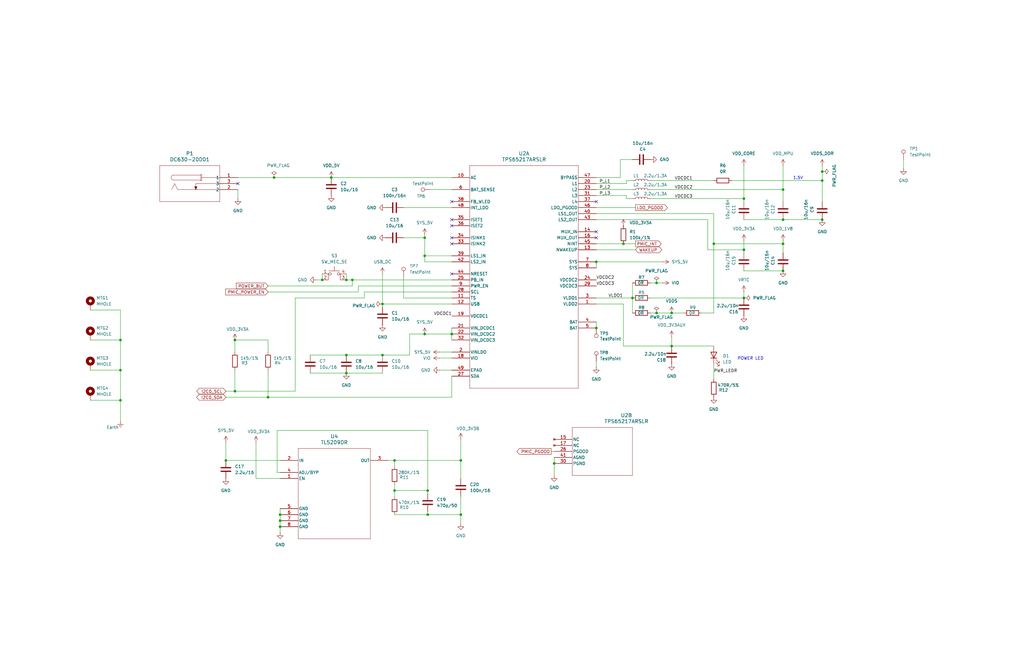
<source format=kicad_sch>
(kicad_sch (version 20231120) (generator "eeschema") (generator_version "8.0")
  (paper "B")
  (title_block (title "POWER MANAGEMENT"))
  (lib_symbols
    (symbol "2024-06-09_17-22-08:PJ-102A" (pin_names (offset 0.254))
      (property "Reference" "J" (at -20.32 10.16 0))
      (property "Value" "PJ-102A" (at -20.32 7.62 0))
      (symbol "PJ-102A_0_1"
        (pin unspecified line (at 0 0 180) (length 7.62) (name "1") (number "1"))
        (pin unspecified line (at 0 -5.08 180) (length 7.62) (name "2") (number "2"))
        (pin unspecified line (at 0 -2.54 180) (length 7.62) (name "3") (number "3"))
      )
    )
    (symbol "MT41K256M16TW-107_P:C" (pin_numbers hide) (pin_names (offset 0.254))
      (property "Reference" "C" (at 0.635 2.54 0))
      (property "Value" "C" (at 0.635 -2.54 0))
      (symbol "C_1_1"
        (pin passive line (at 0 3.81 270) (length 2.794) (name "~") (number "1"))
        (pin passive line (at 0 -3.81 90) (length 2.794) (name "~") (number "2"))
      )
    )
    (symbol "MT41K256M16TW-107_P:L" (pin_numbers hide) (pin_names (offset 1.016) hide)
      (property "Reference" "L" (at -1.27 0 90))
      (property "Value" "L" (at 1.905 0 90))
      (symbol "L_1_1"
        (pin passive line (at 0 3.81 270) (length 1.27) (name "1") (number "1"))
        (pin passive line (at 0 -3.81 90) (length 1.27) (name "2") (number "2"))
      )
    )
    (symbol "MT41K256M16TW-107_P:LED" (pin_numbers hide) (pin_names (offset 1.016) hide)
      (property "Reference" "D" (at 0 2.54 0))
      (property "Value" "LED" (at 0 -2.54 0))
      (symbol "LED_1_1"
        (pin passive line (at -3.81 0 0) (length 2.54) (name "K") (number "1"))
        (pin passive line (at 3.81 0 180) (length 2.54) (name "A") (number "2"))
      )
    )
    (symbol "MT41K256M16TW-107_P:R" (pin_numbers hide) (pin_names (offset 0))
      (property "Reference" "R" (at 2.032 0 90))
      (property "Value" "R" (at 0 0 90))
      (symbol "R_1_1"
        (pin passive line (at 0 3.81 270) (length 1.27) (name "~") (number "1"))
        (pin passive line (at 0 -3.81 90) (length 1.27) (name "~") (number "2"))
      )
    )
    (symbol "MT41K256M16TW-107_P:SW_MEC_5E" (pin_names (offset 1.016) hide)
      (property "Reference" "SW" (at 0.635 5.715 0))
      (property "Value" "SW_MEC_5E" (at 0 -3.175 0))
      (symbol "SW_MEC_5E_0_1"
        (pin passive line (at -5.08 2.54 0) (length 2.54) (name "1") (number "1"))
        (pin passive line (at -5.08 0 0) (length 2.54) (name "2") (number "2"))
        (pin passive line (at 5.08 0 180) (length 2.54) (name "K") (number "3"))
        (pin passive line (at 5.08 2.54 180) (length 2.54) (name "A") (number "4"))
      )
    )
    (symbol "MT41K256M16TW-107_P:TL5209DR" (pin_names (offset 0.254))
      (property "Reference" "U4" (at 22.86 10.16 0))
      (property "Value" "TL5209DR" (at 22.86 7.62 0))
      (symbol "TL5209DR_0_1"
        (pin input line (at 0 0 0) (length 7.62) (name "IN") (number "2"))
        (pin power_in line (at 0 -20.32 0) (length 7.62) (name "GND") (number "5"))
        (pin power_in line (at 0 -22.86 0) (length 7.62) (name "GND") (number "6"))
        (pin power_in line (at 0 -25.4 0) (length 7.62) (name "GND") (number "7"))
        (pin power_in line (at 0 -27.94 0) (length 7.62) (name "GND") (number "8"))
      )
      (symbol "TL5209DR_1_1"
        (pin input line (at 0 -7.62 0) (length 7.62) (name "EN") (number "1"))
        (pin power_out line (at 45.72 0 180) (length 7.62) (name "OUT") (number "3"))
        (pin input line (at 0 -5.08 0) (length 7.62) (name "ADJ/BYP") (number "4"))
      )
    )
    (symbol "MT41K256M16TW-107_P:TPS65217ARSLR" (pin_names (offset 0.254))
      (property "Reference" "U2" (at 30.48 10.16 0))
      (property "Value" "TPS65217ARSLR" (at 30.48 7.62 0))
      (symbol "TPS65217ARSLR_1_1"
        (pin power_out line (at 60.96 -53.34 180) (length 7.62) (name "VLDO2") (number "1"))
        (pin input line (at 0 0 0) (length 7.62) (name "AC") (number "10"))
        (pin input line (at 0 -50.8 0) (length 7.62) (name "TS") (number "11"))
        (pin input line (at 0 -53.34 0) (length 7.62) (name "USB") (number "12"))
        (pin output line (at 60.96 -30.48 180) (length 7.62) (name "NWAKEUP") (number "13"))
        (pin output line (at 60.96 -22.86 180) (length 7.62) (name "MUX_IN") (number "14"))
        (pin output line (at 60.96 -25.4 180) (length 7.62) (name "MUX_OUT") (number "16"))
        (pin input line (at 0 -76.2 0) (length 7.62) (name "VIO") (number "18"))
        (pin input line (at 0 -58.42 0) (length 7.62) (name "VDCDC1") (number "19"))
        (pin input line (at 0 -73.66 0) (length 7.62) (name "VINLDO") (number "2"))
        (pin output line (at 60.96 -2.54 180) (length 7.62) (name "L1") (number "20"))
        (pin input line (at 0 -63.5 0) (length 7.62) (name "VIN_DCDC1") (number "21"))
        (pin input line (at 0 -66.04 0) (length 7.62) (name "VIN_DCDC2") (number "22"))
        (pin output line (at 60.96 -5.08 180) (length 7.62) (name "L2") (number "23"))
        (pin power_out line (at 60.96 -43.18 180) (length 7.62) (name "VDCDC2") (number "24"))
        (pin input line (at 0 -43.18 0) (length 7.62) (name "PB_IN") (number "25"))
        (pin bidirectional line (at 0 -83.82 0) (length 7.62) (name "SDA") (number "27"))
        (pin input line (at 0 -48.26 0) (length 7.62) (name "SCL") (number "28"))
        (pin power_out line (at 60.96 -45.72 180) (length 7.62) (name "VDCDC3") (number "29"))
        (pin power_out line (at 60.96 -50.8 180) (length 7.62) (name "VLDO1") (number "3"))
        (pin output line (at 60.96 -7.62 180) (length 7.62) (name "L3") (number "31"))
        (pin input line (at 0 -68.58 0) (length 7.62) (name "VIN_DCDC3") (number "32"))
        (pin input line (at 0 -27.94 0) (length 7.62) (name "ISINK2") (number "33"))
        (pin input line (at 0 -25.4 0) (length 7.62) (name "ISINK1") (number "34"))
        (pin input line (at 0 -17.78 0) (length 7.62) (name "ISET1") (number "35"))
        (pin input line (at 0 -20.32 0) (length 7.62) (name "ISET2") (number "36"))
        (pin output line (at 60.96 -10.16 180) (length 7.62) (name "L4") (number "37"))
        (pin input line (at 0 -10.16 0) (length 7.62) (name "FB_WLED") (number "38"))
        (pin input line (at 0 -33.02 0) (length 7.62) (name "LS1_IN") (number "39"))
        (pin bidirectional line (at 60.96 -60.96 180) (length 7.62) (name "BAT") (number "4"))
        (pin power_out line (at 60.96 -15.24 180) (length 7.62) (name "LS1_OUT") (number "40"))
        (pin input line (at 0 -35.56 0) (length 7.62) (name "LS2_IN") (number "42"))
        (pin power_out line (at 60.96 -17.78 180) (length 7.62) (name "LS2_OUT") (number "43"))
        (pin input line (at 0 -40.64 0) (length 7.62) (name "NRESET") (number "44"))
        (pin output line (at 60.96 -27.94 180) (length 7.62) (name "NINT") (number "45"))
        (pin output line (at 60.96 -12.7 180) (length 7.62) (name "LDO_PGOOD") (number "46"))
        (pin output line (at 60.96 0 180) (length 7.62) (name "BYPASS") (number "47"))
        (pin output line (at 0 -12.7 0) (length 7.62) (name "INT_LDO") (number "48"))
        (pin power_in line (at 0 -81.28 0) (length 7.62) (name "EPAD") (number "49"))
        (pin bidirectional line (at 60.96 -63.5 180) (length 7.62) (name "BAT") (number "5"))
        (pin input line (at 0 -5.08 0) (length 7.62) (name "BAT_SENSE") (number "6"))
        (pin power_out line (at 60.96 -35.56 180) (length 7.62) (name "SYS") (number "7"))
        (pin power_out line (at 60.96 -38.1 180) (length 7.62) (name "SYS") (number "8"))
        (pin input line (at 0 -45.72 0) (length 7.62) (name "PWR_EN") (number "9"))
      )
      (symbol "TPS65217ARSLR_2_1"
        (pin no_connect line (at 0 0 0) (length 7.62) (name "NC") (number "15"))
        (pin no_connect line (at 0 -2.54 0) (length 7.62) (name "NC") (number "17"))
        (pin output line (at 0 -5.08 0) (length 7.62) (name "PGOOD") (number "26"))
        (pin power_in line (at 0 -10.16 0) (length 7.62) (name "PGND") (number "30"))
        (pin power_in line (at 0 -7.62 0) (length 7.62) (name "AGND") (number "41"))
      )
    )
    (symbol "MT41K256M16TW-107_P:TestPoint" (pin_numbers hide) (pin_names (offset 0.762) hide)
      (property "Reference" "TP" (at 0 6.858 0))
      (property "Value" "TestPoint" (at 0 5.08 0))
      (symbol "TestPoint_1_1"
        (pin passive line (at 0 0 90) (length 2.54) (name "1") (number "1"))
      )
    )
    (symbol "Mechanical:MountingHole_Pad" (pin_numbers hide) (pin_names (offset 1.016) hide) (exclude_from_sim yes) (in_bom no)
      (property "Reference" "H" (at 0 6.35 0))
      (property "Value" "MountingHole_Pad" (at 0 4.445 0))
      (symbol "MountingHole_Pad_1_1"
        (pin input line (at 0 -2.54 90) (length 2.54) (name "1") (number "1"))
      )
    )
    (symbol "TPS65217ARSLR_1" (pin_names (offset 0.254))
      (property "Reference" "U2" (at 30.48 10.16 0))
      (property "Value" "TPS65217ARSLR" (at 30.48 7.62 0))
      (symbol "TPS65217ARSLR_1_1_1"
        (pin power_out line (at 60.96 -53.34 180) (length 7.62) (name "VLDO2") (number "1"))
        (pin input line (at 0 0 0) (length 7.62) (name "AC") (number "10"))
        (pin input line (at 0 -50.8 0) (length 7.62) (name "TS") (number "11"))
        (pin input line (at 0 -53.34 0) (length 7.62) (name "USB") (number "12"))
        (pin output line (at 60.96 -30.48 180) (length 7.62) (name "NWAKEUP") (number "13"))
        (pin output line (at 60.96 -22.86 180) (length 7.62) (name "MUX_IN") (number "14"))
        (pin output line (at 60.96 -25.4 180) (length 7.62) (name "MUX_OUT") (number "16"))
        (pin input line (at 0 -76.2 0) (length 7.62) (name "VIO") (number "18"))
        (pin input line (at 0 -58.42 0) (length 7.62) (name "VDCDC1") (number "19"))
        (pin input line (at 0 -73.66 0) (length 7.62) (name "VINLDO") (number "2"))
        (pin output line (at 60.96 -2.54 180) (length 7.62) (name "L1") (number "20"))
        (pin input line (at 0 -63.5 0) (length 7.62) (name "VIN_DCDC1") (number "21"))
        (pin input line (at 0 -66.04 0) (length 7.62) (name "VIN_DCDC2") (number "22"))
        (pin output line (at 60.96 -5.08 180) (length 7.62) (name "L2") (number "23"))
        (pin power_out line (at 60.96 -43.18 180) (length 7.62) (name "VDCDC2") (number "24"))
        (pin input line (at 0 -43.18 0) (length 7.62) (name "PB_IN") (number "25"))
        (pin bidirectional line (at 0 -83.82 0) (length 7.62) (name "SDA") (number "27"))
        (pin input line (at 0 -48.26 0) (length 7.62) (name "SCL") (number "28"))
        (pin power_out line (at 60.96 -45.72 180) (length 7.62) (name "VDCDC3") (number "29"))
        (pin power_out line (at 60.96 -50.8 180) (length 7.62) (name "VLDO1") (number "3"))
        (pin output line (at 60.96 -7.62 180) (length 7.62) (name "L3") (number "31"))
        (pin input line (at 0 -68.58 0) (length 7.62) (name "VIN_DCDC3") (number "32"))
        (pin input line (at 0 -27.94 0) (length 7.62) (name "ISINK2") (number "33"))
        (pin input line (at 0 -25.4 0) (length 7.62) (name "ISINK1") (number "34"))
        (pin input line (at 0 -17.78 0) (length 7.62) (name "ISET1") (number "35"))
        (pin input line (at 0 -20.32 0) (length 7.62) (name "ISET2") (number "36"))
        (pin output line (at 60.96 -10.16 180) (length 7.62) (name "L4") (number "37"))
        (pin input line (at 0 -10.16 0) (length 7.62) (name "FB_WLED") (number "38"))
        (pin input line (at 0 -33.02 0) (length 7.62) (name "LS1_IN") (number "39"))
        (pin bidirectional line (at 60.96 -60.96 180) (length 7.62) (name "BAT") (number "4"))
        (pin power_out line (at 60.96 -15.24 180) (length 7.62) (name "LS1_OUT") (number "40"))
        (pin input line (at 0 -35.56 0) (length 7.62) (name "LS2_IN") (number "42"))
        (pin power_out line (at 60.96 -17.78 180) (length 7.62) (name "LS2_OUT") (number "43"))
        (pin input line (at 0 -40.64 0) (length 7.62) (name "NRESET") (number "44"))
        (pin output line (at 60.96 -27.94 180) (length 7.62) (name "NINT") (number "45"))
        (pin output line (at 60.96 -12.7 180) (length 7.62) (name "LDO_PGOOD") (number "46"))
        (pin output line (at 60.96 0 180) (length 7.62) (name "BYPASS") (number "47"))
        (pin output line (at 0 -12.7 0) (length 7.62) (name "INT_LDO") (number "48"))
        (pin power_in line (at 0 -81.28 0) (length 7.62) (name "EPAD") (number "49"))
        (pin bidirectional line (at 60.96 -63.5 180) (length 7.62) (name "BAT") (number "5"))
        (pin input line (at 0 -5.08 0) (length 7.62) (name "BAT_SENSE") (number "6"))
        (pin power_out line (at 60.96 -35.56 180) (length 7.62) (name "SYS") (number "7"))
        (pin power_out line (at 60.96 -38.1 180) (length 7.62) (name "SYS") (number "8"))
        (pin input line (at 0 -45.72 0) (length 7.62) (name "PWR_EN") (number "9"))
      )
      (symbol "TPS65217ARSLR_1_2_1"
        (pin no_connect line (at 0 0 0) (length 7.62) (name "NC") (number "15"))
        (pin no_connect line (at 0 -2.54 0) (length 7.62) (name "NC") (number "17"))
        (pin output line (at 0 -5.08 0) (length 7.62) (name "PGOOD") (number "26"))
        (pin power_in line (at 0 -10.16 0) (length 7.62) (name "PGND") (number "30"))
        (pin power_in line (at 0 -7.62 0) (length 7.62) (name "AGND") (number "41"))
      )
    )
    (symbol "power:Earth" (power) (pin_numbers hide) (pin_names (offset 0) hide)
      (property "Value" "Earth" (at 0 -3.81 0))
      (symbol "Earth_1_1"
        (pin power_in line (at 0 0 270) (length 0) (name "~") (number "1"))
      )
    )
    (symbol "power:GND" (power) (pin_numbers hide) (pin_names (offset 0) hide)
      (property "Value" "GND" (at 0 -3.81 0))
      (symbol "GND_1_1"
        (pin power_in line (at 0 0 270) (length 0) (name "~") (number "1"))
      )
    )
    (symbol "power:PWR_FLAG" (power) (pin_numbers hide) (pin_names (offset 0) hide)
      (property "Value" "PWR_FLAG" (at 0 3.81 0))
      (symbol "PWR_FLAG_0_0"
        (pin power_out line (at 0 0 90) (length 0) (name "~") (number "1"))
      )
    )
    (symbol "power:VD" (power) (pin_numbers hide) (pin_names (offset 0) hide)
      (property "Value" "VD" (at 0 3.556 0))
      (symbol "VD_1_1"
        (pin power_in line (at 0 0 90) (length 0) (name "~") (number "1"))
      )
    )
  )
  (junction (at 346.71 76.2))
  (junction (at 251.46 138.43))
  (junction (at 50.8 143.51))
  (junction (at 283.21 146.05))
  (junction (at 300.99 102.87))
  (junction (at 50.8 168.91))
  (junction (at 330.2 102.87))
  (junction (at 346.71 92.71))
  (junction (at 283.21 132.08))
  (junction (at 113.03 167.64))
  (junction (at 313.69 105.41))
  (junction (at 194.31 194.31))
  (junction (at 148.59 118.11))
  (junction (at 179.07 107.95))
  (junction (at 194.31 217.17))
  (junction (at 99.06 143.51))
  (junction (at 146.05 149.86))
  (junction (at 313.69 125.73))
  (junction (at 330.2 80.01))
  (junction (at 262.89 102.87))
  (junction (at 180.34 207.01))
  (junction (at 118.11 217.17))
  (junction (at 139.7 74.93))
  (junction (at 118.11 222.25))
  (junction (at 166.37 194.31))
  (junction (at 276.86 132.08))
  (junction (at 146.05 118.11))
  (junction (at 115.57 74.93))
  (junction (at 313.69 83.82))
  (junction (at 166.37 207.01))
  (junction (at 190.5 140.97))
  (junction (at 95.25 194.31))
  (junction (at 330.2 92.71))
  (junction (at 50.8 156.21))
  (junction (at 251.46 110.49))
  (junction (at 276.86 119.38))
  (junction (at 180.34 217.17))
  (junction (at 266.7 125.73))
  (junction (at 118.11 219.71))
  (junction (at 179.07 100.33))
  (junction (at 346.71 72.39))
  (junction (at 99.06 165.1))
  (junction (at 161.29 128.27))
  (junction (at 330.2 114.3))
  (junction (at 135.89 118.11))
  (junction (at 233.68 195.58))
  (junction (at 161.29 149.86))
  (junction (at 146.05 157.48))
  (junction (at 179.07 140.97))
  (no_connect (at 190.5 92.71))
  (no_connect (at 190.5 115.57))
  (no_connect (at 251.46 85.09))
  (no_connect (at 190.5 95.25))
  (no_connect (at 190.5 100.33))
  (no_connect (at 100.33 77.47))
  (no_connect (at 251.46 100.33))
  (no_connect (at 190.5 85.09))
  (no_connect (at 190.5 102.87))
  (no_connect (at 251.46 97.79))
  (wire (pts (xy 251.46 128.27) (xy 262.89 128.27)))
  (wire (pts (xy 179.07 99.06) (xy 179.07 100.33)))
  (wire (pts (xy 190.5 120.65) (xy 151.13 120.65)))
  (wire (pts (xy 346.71 72.39) (xy 346.71 76.2)))
  (wire (pts (xy 313.69 123.19) (xy 313.69 125.73)))
  (wire (pts (xy 146.05 149.86) (xy 161.29 149.86)))
  (wire (pts (xy 185.42 151.13) (xy 190.5 151.13)))
  (wire (pts (xy 264.16 83.82) (xy 264.16 82.55)))
  (wire (pts (xy 116.84 181.61) (xy 180.34 181.61)))
  (wire (pts (xy 190.5 123.19) (xy 153.67 123.19)))
  (wire (pts (xy 300.99 90.17) (xy 300.99 102.87)))
  (wire (pts (xy 115.57 74.93) (xy 139.7 74.93)))
  (wire (pts (xy 346.71 76.2) (xy 346.71 85.09)))
  (wire (pts (xy 50.8 156.21) (xy 50.8 168.91)))
  (wire (pts (xy 330.2 92.71) (xy 346.71 92.71)))
  (wire (pts (xy 274.32 119.38) (xy 276.86 119.38)))
  (wire (pts (xy 264.16 82.55) (xy 251.46 82.55)))
  (wire (pts (xy 261.62 74.93) (xy 251.46 74.93)))
  (wire (pts (xy 194.31 185.42) (xy 194.31 194.31)))
  (wire (pts (xy 179.07 100.33) (xy 170.18 100.33)))
  (wire (pts (xy 266.7 119.38) (xy 266.7 125.73)))
  (wire (pts (xy 251.46 135.89) (xy 251.46 138.43)))
  (wire (pts (xy 146.05 115.57) (xy 146.05 118.11)))
  (wire (pts (xy 262.89 128.27) (xy 262.89 146.05)))
  (wire (pts (xy 179.07 140.97) (xy 190.5 140.97)))
  (wire (pts (xy 113.03 156.21) (xy 113.03 167.64)))
  (wire (pts (xy 266.7 125.73) (xy 266.7 132.08)))
  (wire (pts (xy 161.29 128.27) (xy 161.29 129.54)))
  (wire (pts (xy 95.25 186.69) (xy 95.25 194.31)))
  (wire (pts (xy 330.2 69.85) (xy 330.2 80.01)))
  (wire (pts (xy 166.37 194.31) (xy 166.37 196.85)))
  (wire (pts (xy 251.46 105.41) (xy 267.97 105.41)))
  (wire (pts (xy 251.46 152.4) (xy 251.46 154.94)))
  (wire (pts (xy 190.5 167.64) (xy 113.03 167.64)))
  (wire (pts (xy 118.11 199.39) (xy 116.84 199.39)))
  (wire (pts (xy 179.07 110.49) (xy 179.07 107.95)))
  (wire (pts (xy 113.03 167.64) (xy 95.25 167.64)))
  (wire (pts (xy 194.31 194.31) (xy 166.37 194.31)))
  (wire (pts (xy 124.46 125.73) (xy 124.46 165.1)))
  (wire (pts (xy 116.84 199.39) (xy 116.84 181.61)))
  (wire (pts (xy 276.86 119.38) (xy 279.4 119.38)))
  (wire (pts (xy 113.03 143.51) (xy 113.03 148.59)))
  (wire (pts (xy 180.34 207.01) (xy 166.37 207.01)))
  (wire (pts (xy 313.69 69.85) (xy 313.69 83.82)))
  (wire (pts (xy 38.1 130.81) (xy 50.8 130.81)))
  (wire (pts (xy 190.5 158.75) (xy 190.5 167.64)))
  (wire (pts (xy 264.16 77.47) (xy 251.46 77.47)))
  (wire (pts (xy 180.34 208.28) (xy 180.34 207.01)))
  (wire (pts (xy 181.61 80.01) (xy 190.5 80.01)))
  (wire (pts (xy 113.03 120.65) (xy 148.59 120.65)))
  (wire (pts (xy 300.99 153.67) (xy 300.99 160.02)))
  (wire (pts (xy 95.25 194.31) (xy 118.11 194.31)))
  (wire (pts (xy 50.8 130.81) (xy 50.8 143.51)))
  (wire (pts (xy 283.21 146.05) (xy 300.99 146.05)))
  (wire (pts (xy 190.5 110.49) (xy 179.07 110.49)))
  (wire (pts (xy 172.72 149.86) (xy 172.72 140.97)))
  (wire (pts (xy 251.46 92.71) (xy 298.45 92.71)))
  (wire (pts (xy 330.2 102.87) (xy 330.2 106.68)))
  (wire (pts (xy 118.11 217.17) (xy 118.11 219.71)))
  (wire (pts (xy 100.33 80.01) (xy 100.33 83.82)))
  (wire (pts (xy 330.2 80.01) (xy 274.32 80.01)))
  (wire (pts (xy 190.5 138.43) (xy 190.5 140.97)))
  (wire (pts (xy 166.37 204.47) (xy 166.37 207.01)))
  (wire (pts (xy 107.95 186.69) (xy 107.95 201.93)))
  (wire (pts (xy 170.18 87.63) (xy 190.5 87.63)))
  (wire (pts (xy 170.18 116.84) (xy 170.18 125.73)))
  (wire (pts (xy 153.67 123.19) (xy 153.67 125.73)))
  (wire (pts (xy 161.29 115.57) (xy 161.29 128.27)))
  (wire (pts (xy 266.7 76.2) (xy 264.16 76.2)))
  (wire (pts (xy 135.89 115.57) (xy 135.89 118.11)))
  (wire (pts (xy 100.33 74.93) (xy 115.57 74.93)))
  (wire (pts (xy 262.89 102.87) (xy 267.97 102.87)))
  (wire (pts (xy 274.32 125.73) (xy 313.69 125.73)))
  (wire (pts (xy 99.06 156.21) (xy 99.06 165.1)))
  (wire (pts (xy 330.2 101.6) (xy 330.2 102.87)))
  (wire (pts (xy 180.34 217.17) (xy 194.31 217.17)))
  (wire (pts (xy 133.35 118.11) (xy 135.89 118.11)))
  (wire (pts (xy 118.11 214.63) (xy 118.11 217.17)))
  (wire (pts (xy 251.46 110.49) (xy 251.46 113.03)))
  (wire (pts (xy 118.11 222.25) (xy 118.11 224.79)))
  (wire (pts (xy 190.5 128.27) (xy 161.29 128.27)))
  (wire (pts (xy 130.81 157.48) (xy 146.05 157.48)))
  (wire (pts (xy 130.81 149.86) (xy 146.05 149.86)))
  (wire (pts (xy 99.06 148.59) (xy 99.06 143.51)))
  (wire (pts (xy 146.05 157.48) (xy 161.29 157.48)))
  (wire (pts (xy 194.31 217.17) (xy 194.31 209.55)))
  (wire (pts (xy 313.69 114.3) (xy 330.2 114.3)))
  (wire (pts (xy 148.59 118.11) (xy 148.59 120.65)))
  (wire (pts (xy 190.5 125.73) (xy 170.18 125.73)))
  (wire (pts (xy 251.46 87.63) (xy 267.97 87.63)))
  (wire (pts (xy 274.32 132.08) (xy 276.86 132.08)))
  (wire (pts (xy 313.69 85.09) (xy 313.69 83.82)))
  (wire (pts (xy 194.31 220.98) (xy 194.31 217.17)))
  (wire (pts (xy 251.46 90.17) (xy 300.99 90.17)))
  (wire (pts (xy 161.29 149.86) (xy 172.72 149.86)))
  (wire (pts (xy 180.34 181.61) (xy 180.34 207.01)))
  (wire (pts (xy 190.5 140.97) (xy 190.5 143.51)))
  (wire (pts (xy 276.86 132.08) (xy 283.21 132.08)))
  (wire (pts (xy 266.7 83.82) (xy 264.16 83.82)))
  (wire (pts (xy 381 71.12) (xy 381 67.31)))
  (wire (pts (xy 261.62 67.31) (xy 261.62 74.93)))
  (wire (pts (xy 233.68 193.04) (xy 233.68 195.58)))
  (wire (pts (xy 298.45 105.41) (xy 313.69 105.41)))
  (wire (pts (xy 346.71 69.85) (xy 346.71 72.39)))
  (wire (pts (xy 166.37 194.31) (xy 163.83 194.31)))
  (wire (pts (xy 172.72 140.97) (xy 179.07 140.97)))
  (wire (pts (xy 185.42 148.59) (xy 190.5 148.59)))
  (wire (pts (xy 313.69 105.41) (xy 313.69 106.68)))
  (wire (pts (xy 274.32 76.2) (xy 300.99 76.2)))
  (wire (pts (xy 264.16 76.2) (xy 264.16 77.47)))
  (wire (pts (xy 139.7 74.93) (xy 190.5 74.93)))
  (wire (pts (xy 113.03 123.19) (xy 151.13 123.19)))
  (wire (pts (xy 313.69 101.6) (xy 313.69 105.41)))
  (wire (pts (xy 153.67 125.73) (xy 124.46 125.73)))
  (wire (pts (xy 148.59 118.11) (xy 190.5 118.11)))
  (wire (pts (xy 313.69 92.71) (xy 330.2 92.71)))
  (wire (pts (xy 313.69 83.82) (xy 274.32 83.82)))
  (wire (pts (xy 99.06 143.51) (xy 113.03 143.51)))
  (wire (pts (xy 251.46 125.73) (xy 266.7 125.73)))
  (wire (pts (xy 38.1 156.21) (xy 50.8 156.21)))
  (wire (pts (xy 283.21 142.24) (xy 283.21 146.05)))
  (wire (pts (xy 185.42 156.21) (xy 190.5 156.21)))
  (wire (pts (xy 107.95 201.93) (xy 118.11 201.93)))
  (wire (pts (xy 166.37 217.17) (xy 180.34 217.17)))
  (wire (pts (xy 251.46 102.87) (xy 262.89 102.87)))
  (wire (pts (xy 295.91 132.08) (xy 300.99 132.08)))
  (wire (pts (xy 298.45 92.71) (xy 298.45 105.41)))
  (wire (pts (xy 232.41 190.5) (xy 233.68 190.5)))
  (wire (pts (xy 151.13 120.65) (xy 151.13 123.19)))
  (wire (pts (xy 99.06 165.1) (xy 124.46 165.1)))
  (wire (pts (xy 179.07 107.95) (xy 190.5 107.95)))
  (wire (pts (xy 261.62 67.31) (xy 266.7 67.31)))
  (wire (pts (xy 180.34 217.17) (xy 180.34 215.9)))
  (wire (pts (xy 300.99 102.87) (xy 300.99 132.08)))
  (wire (pts (xy 251.46 110.49) (xy 279.4 110.49)))
  (wire (pts (xy 233.68 195.58) (xy 233.68 200.66)))
  (wire (pts (xy 38.1 143.51) (xy 50.8 143.51)))
  (wire (pts (xy 308.61 76.2) (xy 346.71 76.2)))
  (wire (pts (xy 146.05 118.11) (xy 148.59 118.11)))
  (wire (pts (xy 330.2 85.09) (xy 330.2 80.01)))
  (wire (pts (xy 95.25 165.1) (xy 99.06 165.1)))
  (wire (pts (xy 166.37 207.01) (xy 166.37 209.55)))
  (wire (pts (xy 179.07 107.95) (xy 179.07 100.33)))
  (wire (pts (xy 300.99 102.87) (xy 330.2 102.87)))
  (wire (pts (xy 251.46 80.01) (xy 266.7 80.01)))
  (wire (pts (xy 50.8 143.51) (xy 50.8 156.21)))
  (wire (pts (xy 118.11 219.71) (xy 118.11 222.25)))
  (wire (pts (xy 38.1 168.91) (xy 50.8 168.91)))
  (wire (pts (xy 283.21 132.08) (xy 288.29 132.08)))
  (wire (pts (xy 194.31 194.31) (xy 194.31 201.93)))
  (wire (pts (xy 262.89 146.05) (xy 283.21 146.05)))
  (wire (pts (xy 50.8 168.91) (xy 50.8 177.8)))
  (text "1.5V" (at 336.55 75.184 0) (effects (font (size 1.27 1.27))))
  (text "POWER LED" (at 316.484 151.384 0) (effects (font (size 1.27 1.27))))
  (label "VDCDC3" (at 251.46 120.65 0))
  (label "VLDO1" (at 256.54 125.73 0))
  (label "VDCDC2" (at 251.46 118.11 0))
  (label "VDCDC2" (at 284.48 80.01 0))
  (label "P_L3" (at 252.73 82.55 0))
  (label "P_L2" (at 252.73 80.01 0))
  (label "P_L1" (at 252.73 77.47 0))
  (label "VDCDC1" (at 190.5 133.35 180))
  (label "VDCDC1" (at 284.48 76.2 0))
  (label "PWR_LEDR" (at 300.99 157.48 0))
  (label "VDCDC3" (at 284.48 83.82 0))
  (global_label "LDO_PGOOD" (shape output) (at 267.97 87.63 0) (property "Intersheetrefs" "${INTERSHEET_REFS}" (effects (hide yes))))
  (global_label "PMIC_PGOOD" (shape output) (at 232.41 190.5 180) (property "Intersheetrefs" "${INTERSHEET_REFS}" (effects (hide yes))))
  (global_label "PMIC_POWER_EN" (shape input) (at 113.03 123.19 180) (property "Intersheetrefs" "${INTERSHEET_REFS}" (effects (hide yes))))
  (global_label "PMIC_INT" (shape output) (at 267.97 102.87 0) (property "Intersheetrefs" "${INTERSHEET_REFS}" (effects (hide yes))))
  (global_label "I2C0_SCL" (shape bidirectional) (at 95.25 165.1 180) (property "Intersheetrefs" "${INTERSHEET_REFS}" (effects (hide yes))))
  (global_label "POWER_BUT" (shape input) (at 113.03 120.65 180) (property "Intersheetrefs" "${INTERSHEET_REFS}" (effects (hide yes))))
  (global_label "WAKEUP" (shape bidirectional) (at 267.97 105.41 0) (property "Intersheetrefs" "${INTERSHEET_REFS}" (effects (hide yes))))
  (global_label "I2C0_SDA" (shape bidirectional) (at 95.25 167.64 180) (property "Intersheetrefs" "${INTERSHEET_REFS}" (effects (hide yes))))
  (symbol (lib_id "MT41K256M16TW-107_P:TPS65217ARSLR") (at 190.5 74.93 0) (unit 1)
    (property "Reference" "U2" (at 220.98 64.77 0) (effects (font (size 1.524 1.524))))
    (property "Value" "TPS65217ARSLR" (at 220.98 67.31 0) (effects (font (size 1.524 1.524))))
    (property "Footprint" "footprints:RSL48_4P05X4P05" (effects (hide yes)))
    (property "Datasheet" "TPS65217ARSLR" (effects (hide yes)))
  )
  (symbol (lib_id "power:GND") (at 330.2 114.3 0) (unit 1)
    (property "Reference" "#PWR015" (effects (hide yes)))
    (property "Value" "GND" (at 330.2 119.38 0))
    (property "Description" "Power symbol creates a global label with name \"GND\" , ground" (effects (hide yes)))
  )
  (symbol (lib_id "MT41K256M16TW-107_P:C") (at 194.31 205.74 0) (unit 1)
    (property "Reference" "C20" (at 198.12 204.4699 0) (effects (justify left)))
    (property "Value" "100n/16" (at 198.12 207.0099 0) (effects (justify left)))
    (property "Footprint" "footprints:C_0402_1005Metric" (effects (hide yes)))
    (property "Description" "Unpolarized capacitor" (effects (hide yes)))
  )
  (symbol (lib_id "MT41K256M16TW-107_P:C") (at 139.7 78.74 0) (unit 1)
    (property "Reference" "C2" (at 143.51 77.4699 0) (effects (justify left)))
    (property "Value" "10u/16" (at 143.51 80.0099 0) (effects (justify left)))
    (property "Footprint" "footprints:C_0805_2012Metric" (effects (hide yes)))
    (property "Description" "Unpolarized capacitor" (effects (hide yes)))
  )
  (symbol (lib_id "power:VD") (at 283.21 132.08 0) (unit 1)
    (property "Reference" "#PWR028" (effects (hide yes)))
    (property "Value" "VDDS" (at 283.21 127 0))
    (property "Description" "Power symbol creates a global label with name \"VD\"" (effects (hide yes)))
  )
  (symbol (lib_id "MT41K256M16TW-107_P:TestPoint") (at 381 67.31 0) (unit 1)
    (property "Reference" "TP1" (at 383.54 62.7379 0) (effects (justify left)))
    (property "Value" "TestPoint" (at 383.54 65.2779 0) (effects (justify left)))
    (property "Footprint" "TestPoint:TestPoint_Pad_D1.0mm" (effects (hide yes)))
    (property "Description" "test point" (effects (hide yes)))
  )
  (symbol (lib_id "MT41K256M16TW-107_P:R") (at 166.37 200.66 180) (unit 1)
    (property "Reference" "R11" (at 170.434 201.422 0))
    (property "Value" "280K/1%" (at 172.466 199.39 0))
    (property "Footprint" "footprints:R_0402_1005Metric" (effects (hide yes)))
    (property "Description" "Resistor" (effects (hide yes)))
  )
  (symbol (lib_id "Mechanical:MountingHole_Pad") (at 38.1 128.27 0) (unit 1) (exclude_from_sim yes) (in_bom no)
    (property "Reference" "MTG1" (at 40.64 125.7299 0) (effects (justify left)))
    (property "Value" "MHOLE" (at 40.64 128.2699 0) (effects (justify left)))
    (property "Footprint" "MountingHole:MountingHole_2.5mm_Pad_TopBottom" (effects (hide yes)))
    (property "Description" "Mounting Hole with connection" (effects (hide yes)))
  )
  (symbol (lib_id "power:VD") (at 346.71 69.85 0) (unit 1)
    (property "Reference" "#PWR09" (effects (hide yes)))
    (property "Value" "VDDS_DDR" (at 346.71 64.77 0))
    (property "Description" "Power symbol creates a global label with name \"VD\"" (effects (hide yes)))
  )
  (symbol (lib_id "MT41K256M16TW-107_P:R") (at 292.1 132.08 90) (unit 1)
    (property "Reference" "R9" (at 292.1 129.794 90))
    (property "Value" "0R" (at 291.846 132.08 90))
    (property "Footprint" "footprints:R_0402_1005Metric" (effects (hide yes)))
    (property "Description" "Resistor" (effects (hide yes)))
  )
  (symbol (lib_id "power:GND") (at 346.71 92.71 0) (unit 1)
    (property "Reference" "#PWR010" (effects (hide yes)))
    (property "Value" "GND" (at 346.71 97.79 0))
    (property "Description" "Power symbol creates a global label with name \"GND\" , ground" (effects (hide yes)))
  )
  (symbol (lib_id "MT41K256M16TW-107_P:C") (at 313.69 88.9 180) (unit 1)
    (property "Reference" "C11" (at 309.372 88.392 90))
    (property "Value" "10u/16n" (at 306.832 88.392 90))
    (property "Footprint" "footprints:C_0805_2012Metric" (effects (hide yes)))
    (property "Description" "Unpolarized capacitor" (effects (hide yes)))
  )
  (symbol (lib_id "MT41K256M16TW-107_P:L") (at 270.51 76.2 90) (unit 1)
    (property "Reference" "L1" (at 268.224 74.168 90))
    (property "Value" "2.2u/1.3A" (at 276.352 74.168 90))
    (property "Footprint" "Inductor_SMD:L_1008_2520Metric" (effects (hide yes)))
    (property "Description" "Inductor" (effects (hide yes)))
  )
  (symbol (lib_id "power:GND") (at 118.11 224.79 0) (unit 1)
    (property "Reference" "#PWR058" (effects (hide yes)))
    (property "Value" "GND" (at 118.11 229.87 0))
    (property "Description" "Power symbol creates a global label with name \"GND\" , ground" (effects (hide yes)))
  )
  (symbol (lib_id "MT41K256M16TW-107_P:C") (at 283.21 149.86 180) (unit 1)
    (property "Reference" "C18" (at 278.892 151.892 0))
    (property "Value" "2.2u/10n" (at 276.352 149.352 0))
    (property "Footprint" "footprints:C_0402_1005Metric" (effects (hide yes)))
    (property "Description" "Unpolarized capacitor" (effects (hide yes)))
  )
  (symbol (lib_id "MT41K256M16TW-107_P:R") (at 270.51 125.73 90) (unit 1)
    (property "Reference" "R5" (at 270.51 123.444 90))
    (property "Value" "0R" (at 270.256 125.73 90))
    (property "Footprint" "footprints:R_0402_1005Metric" (effects (hide yes)))
    (property "Description" "Resistor" (effects (hide yes)))
  )
  (symbol (lib_id "power:PWR_FLAG") (at 161.29 128.27 90) (unit 1)
    (property "Reference" "#FLG03" (effects (hide yes)))
    (property "Value" "PWR_FLAG" (at 158.242 129.032 90) (effects (justify left)))
    (property "Description" "Special symbol for telling ERC where power comes from" (effects (hide yes)))
  )
  (symbol (lib_id "power:VD") (at 313.69 101.6 0) (unit 1)
    (property "Reference" "#PWR014" (effects (hide yes)))
    (property "Value" "VDD_3V3A" (at 313.69 96.52 0))
    (property "Description" "Power symbol creates a global label with name \"VD\"" (effects (hide yes)))
  )
  (symbol (lib_id "power:VD") (at 185.42 148.59 90) (unit 1)
    (property "Reference" "#PWR020" (effects (hide yes)))
    (property "Value" "SYS_5V" (at 181.61 148.5899 90) (effects (justify left)))
    (property "Description" "Power symbol creates a global label with name \"VD\"" (effects (hide yes)))
  )
  (symbol (lib_id "power:PWR_FLAG") (at 313.69 125.73 270) (unit 1)
    (property "Reference" "#FLG06" (effects (hide yes)))
    (property "Value" "PWR_FLAG" (at 317.5 125.7299 90) (effects (justify left)))
    (property "Description" "Special symbol for telling ERC where power comes from" (effects (hide yes)))
  )
  (symbol (lib_id "MT41K256M16TW-107_P:R") (at 113.03 152.4 180) (unit 1)
    (property "Reference" "R4" (at 117.094 153.162 0))
    (property "Value" "1k5/1%" (at 119.126 151.13 0))
    (property "Footprint" "footprints:R_0402_1005Metric" (effects (hide yes)))
    (property "Description" "Resistor" (effects (hide yes)))
  )
  (symbol (lib_id "power:GND") (at 233.68 200.66 0) (unit 1)
    (property "Reference" "#PWR032" (effects (hide yes)))
    (property "Value" "GND" (at 233.68 205.74 0))
    (property "Description" "Power symbol creates a global label with name \"GND\" , ground" (effects (hide yes)))
  )
  (symbol (lib_id "power:VD") (at 279.4 110.49 270) (unit 1)
    (property "Reference" "#PWR016" (effects (hide yes)))
    (property "Value" "SYS_5V" (at 283.21 110.4899 90) (effects (justify left)))
    (property "Description" "Power symbol creates a global label with name \"VD\"" (effects (hide yes)))
  )
  (symbol (lib_id "MT41K256M16TW-107_P:TestPoint") (at 181.61 80.01 90) (unit 1)
    (property "Reference" "TP6" (at 177.546 82.804 90))
    (property "Value" "TestPoint" (at 178.308 77.47 90))
    (property "Footprint" "TestPoint:TestPoint_Pad_D1.0mm" (effects (hide yes)))
    (property "Description" "test point" (effects (hide yes)))
  )
  (symbol (lib_id "power:VD") (at 161.29 115.57 0) (unit 1)
    (property "Reference" "#PWR02" (effects (hide yes)))
    (property "Value" "USB_DC" (at 161.29 110.49 0))
    (property "Description" "Power symbol creates a global label with name \"VD\"" (effects (hide yes)))
  )
  (symbol (lib_id "power:VD") (at 179.07 99.06 0) (unit 1)
    (property "Reference" "#PWR019" (effects (hide yes)))
    (property "Value" "SYS_5V" (at 179.07 93.98 0))
    (property "Description" "Power symbol creates a global label with name \"VD\"" (effects (hide yes)))
  )
  (symbol (lib_id "power:VD") (at 330.2 69.85 0) (unit 1)
    (property "Reference" "#PWR011" (effects (hide yes)))
    (property "Value" "VDD_MPU" (at 330.2 64.77 0))
    (property "Description" "Power symbol creates a global label with name \"VD\"" (effects (hide yes)))
  )
  (symbol (lib_id "MT41K256M16TW-107_P:LED") (at 300.99 149.86 90) (unit 1)
    (property "Reference" "D1" (at 304.8 150.1774 90) (effects (justify right)))
    (property "Value" "LED" (at 304.8 152.7174 90) (effects (justify right)))
    (property "Footprint" "LED_SMD:LED_0603_1608Metric" (effects (hide yes)))
    (property "Description" "Light emitting diode" (effects (hide yes)))
  )
  (symbol (lib_id "power:GND") (at 381 71.12 0) (unit 1)
    (property "Reference" "#PWR0214" (effects (hide yes)))
    (property "Value" "GND" (at 381 76.2 0))
    (property "Description" "Power symbol creates a global label with name \"GND\" , ground" (effects (hide yes)))
  )
  (symbol (lib_id "MT41K256M16TW-107_P:R") (at 304.8 76.2 90) (unit 1)
    (property "Reference" "R6" (at 304.8 69.85 90))
    (property "Value" "0R" (at 304.8 72.39 90))
    (property "Footprint" "footprints:R_0402_1005Metric" (effects (hide yes)))
    (property "Description" "Resistor" (effects (hide yes)))
  )
  (symbol (lib_id "power:GND") (at 300.99 167.64 0) (unit 1)
    (property "Reference" "#PWR030" (effects (hide yes)))
    (property "Value" "GND" (at 300.99 172.72 0))
    (property "Description" "Power symbol creates a global label with name \"GND\" , ground" (effects (hide yes)))
  )
  (symbol (lib_id "power:GND") (at 185.42 156.21 270) (unit 1)
    (property "Reference" "#PWR023" (effects (hide yes)))
    (property "Value" "GND" (at 181.61 156.2099 90) (effects (justify right)))
    (property "Description" "Power symbol creates a global label with name \"GND\" , ground" (effects (hide yes)))
  )
  (symbol (lib_id "power:PWR_FLAG") (at 115.57 74.93 0) (unit 1)
    (property "Reference" "#FLG02" (effects (hide yes)))
    (property "Value" "PWR_FLAG" (at 112.522 69.85 0) (effects (justify left)))
    (property "Description" "Special symbol for telling ERC where power comes from" (effects (hide yes)))
  )
  (symbol (lib_id "MT41K256M16TW-107_P:R") (at 166.37 213.36 180) (unit 1)
    (property "Reference" "R10" (at 170.434 214.122 0))
    (property "Value" "470K/1%" (at 172.466 212.09 0))
    (property "Footprint" "footprints:R_0402_1005Metric" (effects (hide yes)))
    (property "Description" "Resistor" (effects (hide yes)))
  )
  (symbol (lib_id "power:GND") (at 313.69 133.35 0) (unit 1)
    (property "Reference" "#PWR026" (effects (hide yes)))
    (property "Value" "GND" (at 313.69 138.43 0))
    (property "Description" "Power symbol creates a global label with name \"GND\" , ground" (effects (hide yes)))
  )
  (symbol (lib_id "power:VD") (at 139.7 74.93 0) (unit 1)
    (property "Reference" "#PWR04" (effects (hide yes)))
    (property "Value" "VDD_5V" (at 139.7 69.85 0))
    (property "Description" "Power symbol creates a global label with name \"VD\"" (effects (hide yes)))
  )
  (symbol (lib_id "power:VD") (at 107.95 186.69 0) (unit 1)
    (property "Reference" "#PWR059" (effects (hide yes)))
    (property "Value" "VDD_3V3A" (at 104.394 182.118 0) (effects (justify left)))
    (property "Description" "Power symbol creates a global label with name \"VD\"" (effects (hide yes)))
  )
  (symbol (lib_id "power:VD") (at 262.89 95.25 0) (unit 1)
    (property "Reference" "#PWR08" (effects (hide yes)))
    (property "Value" "VDD_3V3A" (at 265.43 93.9799 0) (effects (justify left)))
    (property "Description" "Power symbol creates a global label with name \"VD\"" (effects (hide yes)))
  )
  (symbol (lib_id "power:VD") (at 279.4 119.38 270) (unit 1)
    (property "Reference" "#PWR027" (effects (hide yes)))
    (property "Value" "VIO" (at 283.21 119.3799 90) (effects (justify left)))
    (property "Description" "Power symbol creates a global label with name \"VD\"" (effects (hide yes)))
  )
  (symbol (lib_id "MT41K256M16TW-107_P:C") (at 95.25 198.12 0) (unit 1)
    (property "Reference" "C17" (at 99.06 196.8499 0) (effects (justify left)))
    (property "Value" "2.2u/16" (at 99.06 199.3899 0) (effects (justify left)))
    (property "Footprint" "footprints:C_0402_1005Metric" (effects (hide yes)))
    (property "Description" "Unpolarized capacitor" (effects (hide yes)))
  )
  (symbol (lib_id "MT41K256M16TW-107_P:TestPoint") (at 170.18 116.84 0) (unit 1)
    (property "Reference" "TP7" (at 172.72 112.2679 0) (effects (justify left)))
    (property "Value" "TestPoint" (at 172.72 114.8079 0) (effects (justify left)))
    (property "Footprint" "TestPoint:TestPoint_Pad_D1.0mm" (effects (hide yes)))
    (property "Description" "test point" (effects (hide yes)))
  )
  (symbol (lib_id "power:GND") (at 133.35 118.11 270) (unit 1)
    (property "Reference" "#PWR017" (effects (hide yes)))
    (property "Value" "GND" (at 129.54 118.1099 90) (effects (justify right)))
    (property "Description" "Power symbol creates a global label with name \"GND\" , ground" (effects (hide yes)))
  )
  (symbol (lib_id "Mechanical:MountingHole_Pad") (at 38.1 166.37 0) (unit 1) (exclude_from_sim yes) (in_bom no)
    (property "Reference" "MTG4" (at 40.64 163.8299 0) (effects (justify left)))
    (property "Value" "MHOLE" (at 40.64 166.3699 0) (effects (justify left)))
    (property "Footprint" "MountingHole:MountingHole_2.5mm_Pad_TopBottom" (effects (hide yes)))
    (property "Description" "Mounting Hole with connection" (effects (hide yes)))
  )
  (symbol (lib_id "MT41K256M16TW-107_P:R") (at 262.89 99.06 180) (unit 1)
    (property "Reference" "R1" (at 265.43 97.7899 0) (effects (justify right)))
    (property "Value" "100k/1%" (at 265.43 100.3299 0) (effects (justify right)))
    (property "Footprint" "footprints:R_0402_1005Metric" (effects (hide yes)))
    (property "Description" "Resistor" (effects (hide yes)))
  )
  (symbol (lib_id "MT41K256M16TW-107_P:C") (at 270.51 67.31 90) (unit 1)
    (property "Reference" "C4" (at 271.018 62.992 90))
    (property "Value" "10u/16n" (at 271.018 60.452 90))
    (property "Footprint" "footprints:C_0805_2012Metric" (effects (hide yes)))
    (property "Description" "Unpolarized capacitor" (effects (hide yes)))
  )
  (symbol (lib_id "power:VD") (at 313.69 123.19 0) (unit 1)
    (property "Reference" "#PWR025" (effects (hide yes)))
    (property "Value" "VRTC" (at 313.69 118.11 0))
    (property "Description" "Power symbol creates a global label with name \"VD\"" (effects (hide yes)))
  )
  (symbol (lib_id "power:Earth") (at 50.8 177.8 0) (unit 1)
    (property "Reference" "#PWR0215" (effects (hide yes)))
    (property "Value" "Earth" (at 47.498 180.34 0))
    (property "Description" "Power symbol creates a global label with name \"Earth\"" (effects (hide yes)))
  )
  (symbol (lib_id "power:VD") (at 194.31 185.42 0) (unit 1)
    (property "Reference" "#PWR060" (effects (hide yes)))
    (property "Value" "VDD_3V3B" (at 192.532 180.848 0) (effects (justify left)))
    (property "Description" "Power symbol creates a global label with name \"VD\"" (effects (hide yes)))
  )
  (symbol (lib_id "MT41K256M16TW-107_P:C") (at 346.71 88.9 180) (unit 1)
    (property "Reference" "C9" (at 342.392 88.392 90))
    (property "Value" "10u/16n" (at 339.852 88.392 90))
    (property "Footprint" "footprints:C_0805_2012Metric" (effects (hide yes)))
    (property "Description" "Unpolarized capacitor" (effects (hide yes)))
  )
  (symbol (lib_id "power:GND") (at 100.33 83.82 0) (unit 1)
    (property "Reference" "#PWR05" (effects (hide yes)))
    (property "Value" "GND" (at 100.33 88.9 0))
    (property "Description" "Power symbol creates a global label with name \"GND\" , ground" (effects (hide yes)))
  )
  (symbol (lib_id "power:PWR_FLAG") (at 276.86 132.08 0) (unit 1)
    (property "Reference" "#FLG05" (effects (hide yes)))
    (property "Value" "PWR_FLAG" (at 278.892 133.858 0))
    (property "Description" "Special symbol for telling ERC where power comes from" (effects (hide yes)))
  )
  (symbol (lib_id "power:GND") (at 162.56 87.63 270) (unit 1)
    (property "Reference" "#PWR06" (effects (hide yes)))
    (property "Value" "GND" (at 158.75 87.6299 90) (effects (justify right)))
    (property "Description" "Power symbol creates a global label with name \"GND\" , ground" (effects (hide yes)))
  )
  (symbol (lib_id "MT41K256M16TW-107_P:C") (at 161.29 153.67 0) (unit 1)
    (property "Reference" "C10" (at 165.1 152.3999 0) (effects (justify left)))
    (property "Value" "10u/16" (at 165.1 154.9399 0) (effects (justify left)))
    (property "Footprint" "footprints:C_0805_2012Metric" (effects (hide yes)))
    (property "Description" "Unpolarized capacitor" (effects (hide yes)))
  )
  (symbol (lib_id "power:GND") (at 95.25 201.93 0) (unit 1)
    (property "Reference" "#PWR056" (effects (hide yes)))
    (property "Value" "GND" (at 95.25 207.01 0))
    (property "Description" "Power symbol creates a global label with name \"GND\" , ground" (effects (hide yes)))
  )
  (symbol (lib_id "MT41K256M16TW-107_P:TestPoint") (at 251.46 152.4 0) (unit 1)
    (property "Reference" "TP8" (at 256.54 148.844 0) (effects (justify right)))
    (property "Value" "TestPoint" (at 261.874 151.384 0) (effects (justify right)))
    (property "Footprint" "TestPoint:TestPoint_Pad_D1.0mm" (effects (hide yes)))
    (property "Description" "test point" (effects (hide yes)))
  )
  (symbol (lib_id "MT41K256M16TW-107_P:R") (at 270.51 119.38 90) (unit 1)
    (property "Reference" "R7" (at 270.51 117.094 90))
    (property "Value" "0R" (at 270.256 119.38 90))
    (property "Footprint" "footprints:R_0402_1005Metric" (effects (hide yes)))
    (property "Description" "Resistor" (effects (hide yes)))
  )
  (symbol (lib_id "MT41K256M16TW-107_P:C") (at 146.05 153.67 0) (unit 1)
    (property "Reference" "C8" (at 149.86 152.3999 0) (effects (justify left)))
    (property "Value" "10u/16" (at 149.86 154.9399 0) (effects (justify left)))
    (property "Footprint" "footprints:C_0805_2012Metric" (effects (hide yes)))
    (property "Description" "Unpolarized capacitor" (effects (hide yes)))
  )
  (symbol (lib_id "MT41K256M16TW-107_P:SW_MEC_5E") (at 140.97 118.11 0) (unit 1)
    (property "Reference" "S3" (at 140.97 107.95 0))
    (property "Value" "SW_MEC_5E" (at 140.97 110.49 0))
    (property "Footprint" "footprints:KMR2xxG_CNK" (effects (hide yes)))
    (property "Datasheet" "http://www.apem.com/int/index.php?controller=attachment&id_attachment=1371" (effects (hide yes)))
    (property "Description" "MEC 5E single pole normally-open tactile switch" (effects (hide yes)))
  )
  (symbol (lib_id "2024-06-09_17-22-08:PJ-102A") (at 100.33 74.93 0) (unit 1)
    (property "Reference" "P1" (at 80.01 64.77 0) (effects (font (size 1.524 1.524))))
    (property "Value" "DC630-20D01" (at 80.01 67.31 0) (effects (font (size 1.524 1.524))))
    (property "Footprint" "footprints:PJ-102A_CUD" (effects (hide yes)))
    (property "Datasheet" "PJ-102A" (effects (hide yes)))
  )
  (symbol (lib_id "power:VD") (at 185.42 151.13 90) (unit 1)
    (property "Reference" "#PWR024" (effects (hide yes)))
    (property "Value" "VIO" (at 181.61 151.1299 90) (effects (justify left)))
    (property "Description" "Power symbol creates a global label with name \"VD\"" (effects (hide yes)))
  )
  (symbol (lib_id "power:GND") (at 251.46 154.94 0) (unit 1)
    (property "Reference" "#PWR0216" (effects (hide yes)))
    (property "Value" "GND" (at 251.46 160.02 0))
    (property "Description" "Power symbol creates a global label with name \"GND\" , ground" (effects (hide yes)))
  )
  (symbol (lib_id "power:VD") (at 99.06 143.51 0) (unit 1)
    (property "Reference" "#PWR0217" (effects (hide yes)))
    (property "Value" "VDD_3V3A" (at 95.504 138.938 0) (effects (justify left)))
    (property "Description" "Power symbol creates a global label with name \"VD\"" (effects (hide yes)))
  )
  (symbol (lib_id "power:GND") (at 139.7 82.55 0) (unit 1)
    (property "Reference" "#PWR03" (effects (hide yes)))
    (property "Value" "GND" (at 139.7 87.63 0))
    (property "Description" "Power symbol creates a global label with name \"GND\" , ground" (effects (hide yes)))
  )
  (symbol (lib_id "MT41K256M16TW-107_P:L") (at 270.51 83.82 90) (unit 1)
    (property "Reference" "L3" (at 268.224 81.788 90))
    (property "Value" "2.2u/1.3A" (at 276.352 81.788 90))
    (property "Footprint" "Inductor_SMD:L_1008_2520Metric" (effects (hide yes)))
    (property "Description" "Inductor" (effects (hide yes)))
  )
  (symbol (lib_id "power:VD") (at 179.07 140.97 0) (unit 1)
    (property "Reference" "#PWR022" (effects (hide yes)))
    (property "Value" "SYS_5V" (at 179.07 135.89 0))
    (property "Description" "Power symbol creates a global label with name \"VD\"" (effects (hide yes)))
  )
  (symbol (lib_id "MT41K256M16TW-107_P:C") (at 161.29 133.35 0) (unit 1)
    (property "Reference" "C1" (at 165.1 132.0799 0) (effects (justify left)))
    (property "Value" "10u/16" (at 165.1 134.6199 0) (effects (justify left)))
    (property "Footprint" "footprints:C_0805_2012Metric" (effects (hide yes)))
    (property "Description" "Unpolarized capacitor" (effects (hide yes)))
  )
  (symbol (lib_id "power:GND") (at 146.05 157.48 0) (unit 1)
    (property "Reference" "#PWR021" (effects (hide yes)))
    (property "Value" "GND" (at 146.05 162.56 0))
    (property "Description" "Power symbol creates a global label with name \"GND\" , ground" (effects (hide yes)))
  )
  (symbol (lib_id "MT41K256M16TW-107_P:R") (at 270.51 132.08 90) (unit 1)
    (property "Reference" "R8" (at 270.51 129.794 90))
    (property "Value" "0R" (at 270.256 132.08 90))
    (property "Footprint" "footprints:R_0402_1005Metric" (effects (hide yes)))
    (property "Description" "Resistor" (effects (hide yes)))
  )
  (symbol (lib_id "power:VD") (at 95.25 186.69 0) (unit 1)
    (property "Reference" "#PWR057" (effects (hide yes)))
    (property "Value" "SYS_5V" (at 95.25 181.61 0))
    (property "Description" "Power symbol creates a global label with name \"VD\"" (effects (hide yes)))
  )
  (symbol (lib_id "power:GND") (at 162.56 100.33 270) (unit 1)
    (property "Reference" "#PWR018" (effects (hide yes)))
    (property "Value" "GND" (at 158.75 100.3299 90) (effects (justify right)))
    (property "Description" "Power symbol creates a global label with name \"GND\" , ground" (effects (hide yes)))
  )
  (symbol (lib_id "MT41K256M16TW-107_P:C") (at 313.69 110.49 180) (unit 1)
    (property "Reference" "C15" (at 309.372 109.982 90))
    (property "Value" "10u/16n" (at 306.832 109.982 90))
    (property "Footprint" "footprints:C_0805_2012Metric" (effects (hide yes)))
    (property "Description" "Unpolarized capacitor" (effects (hide yes)))
  )
  (symbol (lib_id "power:PWR_FLAG") (at 276.86 119.38 0) (unit 1)
    (property "Reference" "#FLG04" (effects (hide yes)))
    (property "Value" "PWR_FLAG" (at 276.86 114.3 0))
    (property "Description" "Special symbol for telling ERC where power comes from" (effects (hide yes)))
  )
  (symbol (lib_id "power:GND") (at 274.32 67.31 90) (unit 1)
    (property "Reference" "#PWR07" (effects (hide yes)))
    (property "Value" "GND" (at 278.13 67.3101 90) (effects (justify right)))
    (property "Description" "Power symbol creates a global label with name \"GND\" , ground" (effects (hide yes)))
  )
  (symbol (lib_id "MT41K256M16TW-107_P:C") (at 166.37 100.33 90) (unit 1)
    (property "Reference" "C13" (at 166.37 92.71 90))
    (property "Value" "10u/16" (at 166.37 95.25 90))
    (property "Footprint" "footprints:C_0805_2012Metric" (effects (hide yes)))
    (property "Description" "Unpolarized capacitor" (effects (hide yes)))
  )
  (symbol (lib_id "power:GND") (at 194.31 220.98 0) (unit 1)
    (property "Reference" "#PWR061" (effects (hide yes)))
    (property "Value" "GND" (at 194.31 226.06 0))
    (property "Description" "Power symbol creates a global label with name \"GND\" , ground" (effects (hide yes)))
  )
  (symbol (lib_id "power:VD") (at 283.21 142.24 0) (unit 1)
    (property "Reference" "#PWR031" (effects (hide yes)))
    (property "Value" "VDD_3V3AUX" (at 283.21 137.16 0))
    (property "Description" "Power symbol creates a global label with name \"VD\"" (effects (hide yes)))
  )
  (symbol (lib_id "MT41K256M16TW-107_P:C") (at 330.2 88.9 180) (unit 1)
    (property "Reference" "C12" (at 325.882 88.392 90))
    (property "Value" "10u/16n" (at 323.342 88.392 90))
    (property "Footprint" "footprints:C_0805_2012Metric" (effects (hide yes)))
    (property "Description" "Unpolarized capacitor" (effects (hide yes)))
  )
  (symbol (lib_id "MT41K256M16TW-107_P:C") (at 313.69 129.54 180) (unit 1)
    (property "Reference" "C16" (at 309.372 131.572 0))
    (property "Value" "2.2u/10n" (at 306.832 129.032 0))
    (property "Footprint" "footprints:C_0402_1005Metric" (effects (hide yes)))
    (property "Description" "Unpolarized capacitor" (effects (hide yes)))
  )
  (symbol (lib_name "TPS65217ARSLR_1") (lib_id "MT41K256M16TW-107_P:TPS65217ARSLR_1") (at 233.68 185.42 0) (unit 2)
    (property "Reference" "U2" (at 264.16 175.26 0) (effects (font (size 1.524 1.524))))
    (property "Value" "TPS65217ARSLR" (at 264.16 177.8 0) (effects (font (size 1.524 1.524))))
    (property "Footprint" "footprints:RSL48_4P05X4P05" (effects (hide yes)))
    (property "Datasheet" "TPS65217ARSLR" (effects (hide yes)))
  )
  (symbol (lib_id "power:GND") (at 283.21 153.67 0) (unit 1)
    (property "Reference" "#PWR029" (effects (hide yes)))
    (property "Value" "GND" (at 283.21 158.75 0))
    (property "Description" "Power symbol creates a global label with name \"GND\" , ground" (effects (hide yes)))
  )
  (symbol (lib_id "MT41K256M16TW-107_P:C") (at 130.81 153.67 0) (unit 1)
    (property "Reference" "C7" (at 134.62 152.3999 0) (effects (justify left)))
    (property "Value" "10u/16" (at 134.62 154.9399 0) (effects (justify left)))
    (property "Footprint" "footprints:C_0805_2012Metric" (effects (hide yes)))
    (property "Description" "Unpolarized capacitor" (effects (hide yes)))
  )
  (symbol (lib_id "power:VD") (at 313.69 69.85 0) (unit 1)
    (property "Reference" "#PWR012" (effects (hide yes)))
    (property "Value" "VDD_CORE" (at 313.69 64.77 0))
    (property "Description" "Power symbol creates a global label with name \"VD\"" (effects (hide yes)))
  )
  (symbol (lib_id "MT41K256M16TW-107_P:R") (at 99.06 152.4 180) (unit 1)
    (property "Reference" "R3" (at 103.124 153.162 0))
    (property "Value" "1k5/1%" (at 105.156 151.13 0))
    (property "Footprint" "footprints:R_0402_1005Metric" (effects (hide yes)))
    (property "Description" "Resistor" (effects (hide yes)))
  )
  (symbol (lib_id "MT41K256M16TW-107_P:R") (at 300.99 163.83 180) (unit 1)
    (property "Reference" "R12" (at 305.054 164.592 0))
    (property "Value" "470R/5%" (at 307.086 162.56 0))
    (property "Footprint" "footprints:R_0402_1005Metric" (effects (hide yes)))
    (property "Description" "Resistor" (effects (hide yes)))
  )
  (symbol (lib_id "MT41K256M16TW-107_P:TL5209DR") (at 118.11 194.31 0) (unit 1)
    (property "Reference" "U4" (at 140.97 184.15 0) (effects (font (size 1.524 1.524))))
    (property "Value" "TL5209DR" (at 140.97 186.69 0) (effects (font (size 1.524 1.524))))
    (property "Footprint" "footprints:D8" (effects (hide yes)))
    (property "Datasheet" "TL5209DR" (effects (hide yes)))
  )
  (symbol (lib_id "power:GND") (at 161.29 137.16 0) (unit 1)
    (property "Reference" "#PWR01" (effects (hide yes)))
    (property "Value" "GND" (at 161.29 142.24 0))
    (property "Description" "Power symbol creates a global label with name \"GND\" , ground" (effects (hide yes)))
  )
  (symbol (lib_id "Mechanical:MountingHole_Pad") (at 38.1 153.67 0) (unit 1) (exclude_from_sim yes) (in_bom no)
    (property "Reference" "MTG3" (at 40.64 151.1299 0) (effects (justify left)))
    (property "Value" "MHOLE" (at 40.64 153.6699 0) (effects (justify left)))
    (property "Footprint" "MountingHole:MountingHole_2.5mm_Pad_TopBottom" (effects (hide yes)))
    (property "Description" "Mounting Hole with connection" (effects (hide yes)))
  )
  (symbol (lib_id "MT41K256M16TW-107_P:TestPoint") (at 251.46 138.43 180) (unit 1)
    (property "Reference" "TP5" (at 252.984 140.716 0) (effects (justify right)))
    (property "Value" "TestPoint" (at 252.984 143.002 0) (effects (justify right)))
    (property "Footprint" "TestPoint:TestPoint_Pad_D1.0mm" (effects (hide yes)))
    (property "Description" "test point" (effects (hide yes)))
  )
  (symbol (lib_id "MT41K256M16TW-107_P:C") (at 180.34 212.09 0) (unit 1)
    (property "Reference" "C19" (at 184.15 210.8199 0) (effects (justify left)))
    (property "Value" "470p/50" (at 184.15 213.3599 0) (effects (justify left)))
    (property "Footprint" "footprints:C_0402_1005Metric" (effects (hide yes)))
    (property "Description" "Unpolarized capacitor" (effects (hide yes)))
  )
  (symbol (lib_id "power:PWR_FLAG") (at 346.71 72.39 270) (unit 1)
    (property "Reference" "#FLG01" (effects (hide yes)))
    (property "Value" "PWR_FLAG" (at 351.79 69.342 0) (effects (justify left)))
    (property "Description" "Special symbol for telling ERC where power comes from" (effects (hide yes)))
  )
  (symbol (lib_id "MT41K256M16TW-107_P:L") (at 270.51 80.01 90) (unit 1)
    (property "Reference" "L2" (at 268.224 77.978 90))
    (property "Value" "2.2u/1.3A" (at 276.352 77.978 90))
    (property "Footprint" "Inductor_SMD:L_1008_2520Metric" (effects (hide yes)))
    (property "Description" "Inductor" (effects (hide yes)))
  )
  (symbol (lib_id "MT41K256M16TW-107_P:C") (at 166.37 87.63 270) (unit 1)
    (property "Reference" "C3" (at 166.37 80.01 90))
    (property "Value" "100n/16n" (at 166.37 82.55 90))
    (property "Footprint" "footprints:C_0402_1005Metric" (effects (hide yes)))
    (property "Description" "Unpolarized capacitor" (effects (hide yes)))
  )
  (symbol (lib_id "Mechanical:MountingHole_Pad") (at 38.1 140.97 0) (unit 1) (exclude_from_sim yes) (in_bom no)
    (property "Reference" "MTG2" (at 40.64 138.4299 0) (effects (justify left)))
    (property "Value" "MHOLE" (at 40.64 140.9699 0) (effects (justify left)))
    (property "Footprint" "MountingHole:MountingHole_2.5mm_Pad_TopBottom" (effects (hide yes)))
    (property "Description" "Mounting Hole with connection" (effects (hide yes)))
  )
  (symbol (lib_id "MT41K256M16TW-107_P:C") (at 330.2 110.49 180) (unit 1)
    (property "Reference" "C14" (at 325.882 109.982 90))
    (property "Value" "10u/16n" (at 323.342 109.982 90))
    (property "Footprint" "footprints:C_0805_2012Metric" (effects (hide yes)))
    (property "Description" "Unpolarized capacitor" (effects (hide yes)))
  )
  (symbol (lib_id "power:VD") (at 330.2 101.6 0) (unit 1)
    (property "Reference" "#PWR013" (effects (hide yes)))
    (property "Value" "VDD_1V8" (at 330.2 96.52 0))
    (property "Description" "Power symbol creates a global label with name \"VD\"" (effects (hide yes)))
  )
)
</source>
